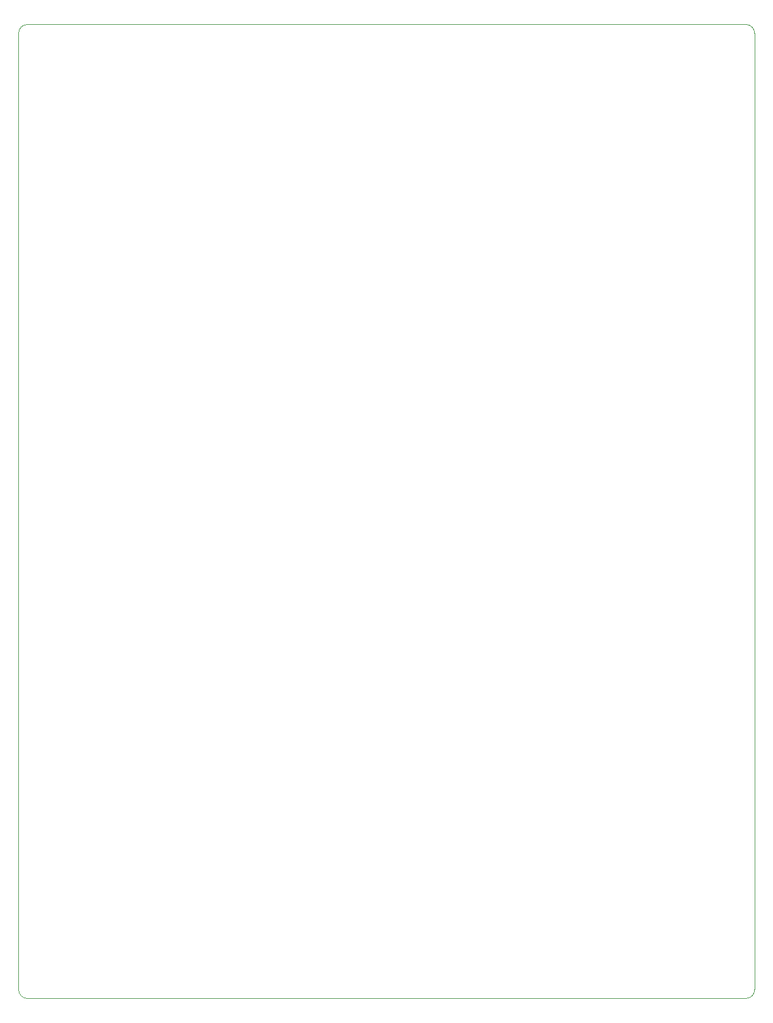
<source format=gbr>
%TF.GenerationSoftware,KiCad,Pcbnew,(5.1.10-1-10_14)*%
%TF.CreationDate,2021-10-29T16:55:04+02:00*%
%TF.ProjectId,bottom,626f7474-6f6d-42e6-9b69-6361645f7063,rev?*%
%TF.SameCoordinates,Original*%
%TF.FileFunction,Profile,NP*%
%FSLAX46Y46*%
G04 Gerber Fmt 4.6, Leading zero omitted, Abs format (unit mm)*
G04 Created by KiCad (PCBNEW (5.1.10-1-10_14)) date 2021-10-29 16:55:04*
%MOMM*%
%LPD*%
G01*
G04 APERTURE LIST*
%TA.AperFunction,Profile*%
%ADD10C,0.050000*%
%TD*%
G04 APERTURE END LIST*
D10*
X59690000Y-33020000D02*
X33655000Y-33020000D01*
X32385000Y-34290000D02*
X32385000Y-171450000D01*
X33655000Y-172720000D02*
X76200000Y-172720000D01*
X76200000Y-172720000D02*
X136652000Y-172720000D01*
X137922000Y-171450000D02*
X137922000Y-34290000D01*
X136652000Y-33020000D02*
X59690000Y-33020000D01*
X136652000Y-33020000D02*
G75*
G02*
X137922000Y-34290000I0J-1270000D01*
G01*
X137922000Y-171450000D02*
G75*
G02*
X136652000Y-172720000I-1270000J0D01*
G01*
X33655000Y-172720000D02*
G75*
G02*
X32385000Y-171450000I0J1270000D01*
G01*
X32385000Y-34290000D02*
G75*
G02*
X33655000Y-33020000I1270000J0D01*
G01*
M02*

</source>
